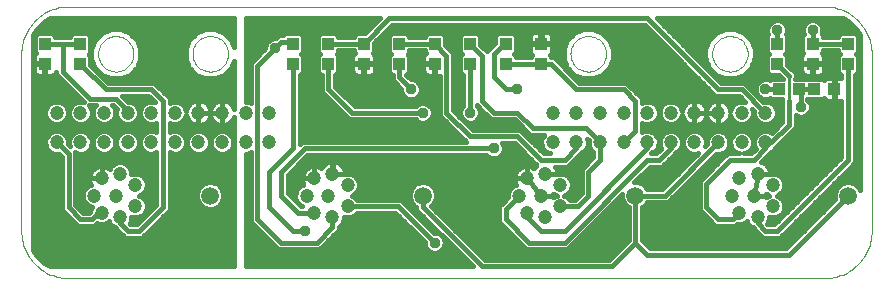
<source format=gtl>
G75*
G70*
%OFA0B0*%
%FSLAX24Y24*%
%IPPOS*%
%LPD*%
%AMOC8*
5,1,8,0,0,1.08239X$1,22.5*
%
%ADD10C,0.0000*%
%ADD11C,0.0472*%
%ADD12C,0.0591*%
%ADD13R,0.0394X0.0433*%
%ADD14R,0.0433X0.0394*%
%ADD15C,0.0376*%
%ADD16C,0.0160*%
%ADD17C,0.0100*%
D10*
X018222Y002079D02*
X018222Y007984D01*
X018224Y008061D01*
X018230Y008138D01*
X018239Y008215D01*
X018252Y008291D01*
X018269Y008367D01*
X018290Y008441D01*
X018314Y008515D01*
X018342Y008587D01*
X018373Y008657D01*
X018408Y008726D01*
X018446Y008794D01*
X018487Y008859D01*
X018532Y008922D01*
X018580Y008983D01*
X018630Y009042D01*
X018683Y009098D01*
X018739Y009151D01*
X018798Y009201D01*
X018859Y009249D01*
X018922Y009294D01*
X018987Y009335D01*
X019055Y009373D01*
X019124Y009408D01*
X019194Y009439D01*
X019266Y009467D01*
X019340Y009491D01*
X019414Y009512D01*
X019490Y009529D01*
X019566Y009542D01*
X019643Y009551D01*
X019720Y009557D01*
X019797Y009559D01*
X044994Y009559D01*
X045071Y009557D01*
X045148Y009551D01*
X045225Y009542D01*
X045301Y009529D01*
X045377Y009512D01*
X045451Y009491D01*
X045525Y009467D01*
X045597Y009439D01*
X045667Y009408D01*
X045736Y009373D01*
X045804Y009335D01*
X045869Y009294D01*
X045932Y009249D01*
X045993Y009201D01*
X046052Y009151D01*
X046108Y009098D01*
X046161Y009042D01*
X046211Y008983D01*
X046259Y008922D01*
X046304Y008859D01*
X046345Y008794D01*
X046383Y008726D01*
X046418Y008657D01*
X046449Y008587D01*
X046477Y008515D01*
X046501Y008441D01*
X046522Y008367D01*
X046539Y008291D01*
X046552Y008215D01*
X046561Y008138D01*
X046567Y008061D01*
X046569Y007984D01*
X046569Y002079D01*
X046567Y002002D01*
X046561Y001925D01*
X046552Y001848D01*
X046539Y001772D01*
X046522Y001696D01*
X046501Y001622D01*
X046477Y001548D01*
X046449Y001476D01*
X046418Y001406D01*
X046383Y001337D01*
X046345Y001269D01*
X046304Y001204D01*
X046259Y001141D01*
X046211Y001080D01*
X046161Y001021D01*
X046108Y000965D01*
X046052Y000912D01*
X045993Y000862D01*
X045932Y000814D01*
X045869Y000769D01*
X045804Y000728D01*
X045736Y000690D01*
X045667Y000655D01*
X045597Y000624D01*
X045525Y000596D01*
X045451Y000572D01*
X045377Y000551D01*
X045301Y000534D01*
X045225Y000521D01*
X045148Y000512D01*
X045071Y000506D01*
X044994Y000504D01*
X019797Y000504D01*
X019720Y000506D01*
X019643Y000512D01*
X019566Y000521D01*
X019490Y000534D01*
X019414Y000551D01*
X019340Y000572D01*
X019266Y000596D01*
X019194Y000624D01*
X019124Y000655D01*
X019055Y000690D01*
X018987Y000728D01*
X018922Y000769D01*
X018859Y000814D01*
X018798Y000862D01*
X018739Y000912D01*
X018683Y000965D01*
X018630Y001021D01*
X018580Y001080D01*
X018532Y001141D01*
X018487Y001204D01*
X018446Y001269D01*
X018408Y001337D01*
X018373Y001406D01*
X018342Y001476D01*
X018314Y001548D01*
X018290Y001622D01*
X018269Y001696D01*
X018252Y001772D01*
X018239Y001848D01*
X018230Y001925D01*
X018224Y002002D01*
X018222Y002079D01*
X020781Y007984D02*
X020783Y008032D01*
X020789Y008080D01*
X020799Y008127D01*
X020812Y008173D01*
X020830Y008218D01*
X020850Y008262D01*
X020875Y008304D01*
X020903Y008343D01*
X020933Y008380D01*
X020967Y008414D01*
X021004Y008446D01*
X021042Y008475D01*
X021083Y008500D01*
X021126Y008522D01*
X021171Y008540D01*
X021217Y008554D01*
X021264Y008565D01*
X021312Y008572D01*
X021360Y008575D01*
X021408Y008574D01*
X021456Y008569D01*
X021504Y008560D01*
X021550Y008548D01*
X021595Y008531D01*
X021639Y008511D01*
X021681Y008488D01*
X021721Y008461D01*
X021759Y008431D01*
X021794Y008398D01*
X021826Y008362D01*
X021856Y008324D01*
X021882Y008283D01*
X021904Y008240D01*
X021924Y008196D01*
X021939Y008151D01*
X021951Y008104D01*
X021959Y008056D01*
X021963Y008008D01*
X021963Y007960D01*
X021959Y007912D01*
X021951Y007864D01*
X021939Y007817D01*
X021924Y007772D01*
X021904Y007728D01*
X021882Y007685D01*
X021856Y007644D01*
X021826Y007606D01*
X021794Y007570D01*
X021759Y007537D01*
X021721Y007507D01*
X021681Y007480D01*
X021639Y007457D01*
X021595Y007437D01*
X021550Y007420D01*
X021504Y007408D01*
X021456Y007399D01*
X021408Y007394D01*
X021360Y007393D01*
X021312Y007396D01*
X021264Y007403D01*
X021217Y007414D01*
X021171Y007428D01*
X021126Y007446D01*
X021083Y007468D01*
X021042Y007493D01*
X021004Y007522D01*
X020967Y007554D01*
X020933Y007588D01*
X020903Y007625D01*
X020875Y007664D01*
X020850Y007706D01*
X020830Y007750D01*
X020812Y007795D01*
X020799Y007841D01*
X020789Y007888D01*
X020783Y007936D01*
X020781Y007984D01*
X023931Y007984D02*
X023933Y008032D01*
X023939Y008080D01*
X023949Y008127D01*
X023962Y008173D01*
X023980Y008218D01*
X024000Y008262D01*
X024025Y008304D01*
X024053Y008343D01*
X024083Y008380D01*
X024117Y008414D01*
X024154Y008446D01*
X024192Y008475D01*
X024233Y008500D01*
X024276Y008522D01*
X024321Y008540D01*
X024367Y008554D01*
X024414Y008565D01*
X024462Y008572D01*
X024510Y008575D01*
X024558Y008574D01*
X024606Y008569D01*
X024654Y008560D01*
X024700Y008548D01*
X024745Y008531D01*
X024789Y008511D01*
X024831Y008488D01*
X024871Y008461D01*
X024909Y008431D01*
X024944Y008398D01*
X024976Y008362D01*
X025006Y008324D01*
X025032Y008283D01*
X025054Y008240D01*
X025074Y008196D01*
X025089Y008151D01*
X025101Y008104D01*
X025109Y008056D01*
X025113Y008008D01*
X025113Y007960D01*
X025109Y007912D01*
X025101Y007864D01*
X025089Y007817D01*
X025074Y007772D01*
X025054Y007728D01*
X025032Y007685D01*
X025006Y007644D01*
X024976Y007606D01*
X024944Y007570D01*
X024909Y007537D01*
X024871Y007507D01*
X024831Y007480D01*
X024789Y007457D01*
X024745Y007437D01*
X024700Y007420D01*
X024654Y007408D01*
X024606Y007399D01*
X024558Y007394D01*
X024510Y007393D01*
X024462Y007396D01*
X024414Y007403D01*
X024367Y007414D01*
X024321Y007428D01*
X024276Y007446D01*
X024233Y007468D01*
X024192Y007493D01*
X024154Y007522D01*
X024117Y007554D01*
X024083Y007588D01*
X024053Y007625D01*
X024025Y007664D01*
X024000Y007706D01*
X023980Y007750D01*
X023962Y007795D01*
X023949Y007841D01*
X023939Y007888D01*
X023933Y007936D01*
X023931Y007984D01*
X036529Y007984D02*
X036531Y008032D01*
X036537Y008080D01*
X036547Y008127D01*
X036560Y008173D01*
X036578Y008218D01*
X036598Y008262D01*
X036623Y008304D01*
X036651Y008343D01*
X036681Y008380D01*
X036715Y008414D01*
X036752Y008446D01*
X036790Y008475D01*
X036831Y008500D01*
X036874Y008522D01*
X036919Y008540D01*
X036965Y008554D01*
X037012Y008565D01*
X037060Y008572D01*
X037108Y008575D01*
X037156Y008574D01*
X037204Y008569D01*
X037252Y008560D01*
X037298Y008548D01*
X037343Y008531D01*
X037387Y008511D01*
X037429Y008488D01*
X037469Y008461D01*
X037507Y008431D01*
X037542Y008398D01*
X037574Y008362D01*
X037604Y008324D01*
X037630Y008283D01*
X037652Y008240D01*
X037672Y008196D01*
X037687Y008151D01*
X037699Y008104D01*
X037707Y008056D01*
X037711Y008008D01*
X037711Y007960D01*
X037707Y007912D01*
X037699Y007864D01*
X037687Y007817D01*
X037672Y007772D01*
X037652Y007728D01*
X037630Y007685D01*
X037604Y007644D01*
X037574Y007606D01*
X037542Y007570D01*
X037507Y007537D01*
X037469Y007507D01*
X037429Y007480D01*
X037387Y007457D01*
X037343Y007437D01*
X037298Y007420D01*
X037252Y007408D01*
X037204Y007399D01*
X037156Y007394D01*
X037108Y007393D01*
X037060Y007396D01*
X037012Y007403D01*
X036965Y007414D01*
X036919Y007428D01*
X036874Y007446D01*
X036831Y007468D01*
X036790Y007493D01*
X036752Y007522D01*
X036715Y007554D01*
X036681Y007588D01*
X036651Y007625D01*
X036623Y007664D01*
X036598Y007706D01*
X036578Y007750D01*
X036560Y007795D01*
X036547Y007841D01*
X036537Y007888D01*
X036531Y007936D01*
X036529Y007984D01*
X041253Y007984D02*
X041255Y008032D01*
X041261Y008080D01*
X041271Y008127D01*
X041284Y008173D01*
X041302Y008218D01*
X041322Y008262D01*
X041347Y008304D01*
X041375Y008343D01*
X041405Y008380D01*
X041439Y008414D01*
X041476Y008446D01*
X041514Y008475D01*
X041555Y008500D01*
X041598Y008522D01*
X041643Y008540D01*
X041689Y008554D01*
X041736Y008565D01*
X041784Y008572D01*
X041832Y008575D01*
X041880Y008574D01*
X041928Y008569D01*
X041976Y008560D01*
X042022Y008548D01*
X042067Y008531D01*
X042111Y008511D01*
X042153Y008488D01*
X042193Y008461D01*
X042231Y008431D01*
X042266Y008398D01*
X042298Y008362D01*
X042328Y008324D01*
X042354Y008283D01*
X042376Y008240D01*
X042396Y008196D01*
X042411Y008151D01*
X042423Y008104D01*
X042431Y008056D01*
X042435Y008008D01*
X042435Y007960D01*
X042431Y007912D01*
X042423Y007864D01*
X042411Y007817D01*
X042396Y007772D01*
X042376Y007728D01*
X042354Y007685D01*
X042328Y007644D01*
X042298Y007606D01*
X042266Y007570D01*
X042231Y007537D01*
X042193Y007507D01*
X042153Y007480D01*
X042111Y007457D01*
X042067Y007437D01*
X042022Y007420D01*
X041976Y007408D01*
X041928Y007399D01*
X041880Y007394D01*
X041832Y007393D01*
X041784Y007396D01*
X041736Y007403D01*
X041689Y007414D01*
X041643Y007428D01*
X041598Y007446D01*
X041555Y007468D01*
X041514Y007493D01*
X041476Y007522D01*
X041439Y007554D01*
X041405Y007588D01*
X041375Y007625D01*
X041347Y007664D01*
X041322Y007706D01*
X041302Y007750D01*
X041284Y007795D01*
X041271Y007841D01*
X041261Y007888D01*
X041255Y007936D01*
X041253Y007984D01*
D11*
X041451Y006016D03*
X040663Y006016D03*
X039876Y006016D03*
X039089Y006016D03*
X038301Y006016D03*
X037514Y006016D03*
X036726Y006016D03*
X035939Y006016D03*
X035939Y005031D03*
X036726Y005031D03*
X037514Y005031D03*
X038301Y005031D03*
X039089Y005031D03*
X039876Y005031D03*
X040663Y005031D03*
X041451Y005031D03*
X042238Y005031D03*
X043026Y005031D03*
X043026Y006016D03*
X042238Y006016D03*
X042770Y003988D03*
X042159Y003831D03*
X041903Y003260D03*
X042159Y002689D03*
X042770Y002531D03*
X043281Y002906D03*
X042632Y003260D03*
X043281Y003614D03*
X036195Y003614D03*
X035545Y003260D03*
X036195Y002906D03*
X035683Y002531D03*
X035073Y002689D03*
X034817Y003260D03*
X035073Y003831D03*
X035683Y003988D03*
X029108Y003614D03*
X028596Y003988D03*
X027986Y003831D03*
X027730Y003260D03*
X028459Y003260D03*
X029108Y002906D03*
X028596Y002531D03*
X027986Y002689D03*
X026490Y005031D03*
X025703Y005031D03*
X024915Y005031D03*
X024128Y005031D03*
X023340Y005031D03*
X022553Y005031D03*
X021766Y005031D03*
X020978Y005031D03*
X020191Y005031D03*
X019403Y005031D03*
X019403Y006016D03*
X020191Y006016D03*
X020978Y006016D03*
X021766Y006016D03*
X022553Y006016D03*
X023340Y006016D03*
X024128Y006016D03*
X024915Y006016D03*
X025703Y006016D03*
X026490Y006016D03*
X022022Y003614D03*
X021510Y003988D03*
X020900Y003831D03*
X020644Y003260D03*
X021372Y003260D03*
X022022Y002906D03*
X021510Y002531D03*
X020900Y002689D03*
D12*
X024522Y003260D03*
X031608Y003260D03*
X038695Y003260D03*
X045191Y006016D03*
X045781Y003260D03*
D13*
X045781Y007650D03*
X045781Y008319D03*
X044600Y008319D03*
X044600Y007650D03*
X043419Y007650D03*
X043419Y008319D03*
X035545Y008319D03*
X035545Y007650D03*
X034364Y007650D03*
X034364Y008319D03*
X033183Y008319D03*
X033183Y007650D03*
X032002Y007650D03*
X032002Y008319D03*
X030821Y008319D03*
X030821Y007650D03*
X029640Y007650D03*
X029640Y008319D03*
X028459Y008319D03*
X028459Y007650D03*
X027277Y007650D03*
X027277Y008319D03*
X020191Y008319D03*
X020191Y007650D03*
X019010Y007650D03*
X019010Y008319D03*
D14*
X043478Y006803D03*
X044148Y006803D03*
X044659Y006803D03*
X045329Y006803D03*
D15*
X044207Y006213D03*
X044207Y005622D03*
X043026Y006803D03*
X043419Y008772D03*
X044600Y008772D03*
X034758Y006803D03*
X033183Y006016D03*
X031608Y006016D03*
X031214Y006803D03*
X033970Y004835D03*
X032002Y001685D03*
X027671Y002079D03*
X026687Y008181D03*
D16*
X026884Y008378D01*
X027218Y008378D01*
X027277Y008319D01*
X027614Y008273D02*
X028122Y008273D01*
X028122Y008431D02*
X027614Y008431D01*
X027614Y008590D02*
X028122Y008590D01*
X028122Y008593D02*
X028122Y008044D01*
X028182Y007984D01*
X028122Y007924D01*
X028122Y007375D01*
X028204Y007293D01*
X028239Y007293D01*
X028239Y006712D01*
X028367Y006583D01*
X028367Y006583D01*
X029155Y005796D01*
X029337Y005796D01*
X031364Y005796D01*
X031422Y005738D01*
X031543Y005688D01*
X031673Y005688D01*
X031794Y005738D01*
X031886Y005830D01*
X031936Y005950D01*
X031936Y006081D01*
X031886Y006202D01*
X031794Y006294D01*
X031673Y006344D01*
X031543Y006344D01*
X031422Y006294D01*
X031364Y006236D01*
X029337Y006236D01*
X028679Y006894D01*
X028679Y007293D01*
X028713Y007293D01*
X028795Y007375D01*
X028795Y007924D01*
X028735Y007984D01*
X028795Y008044D01*
X028795Y008099D01*
X029303Y008099D01*
X029303Y008044D01*
X029335Y008012D01*
X029332Y008010D01*
X029299Y007977D01*
X029275Y007936D01*
X029263Y007890D01*
X029263Y007668D01*
X029621Y007668D01*
X029621Y007631D01*
X029263Y007631D01*
X029263Y007409D01*
X029275Y007364D01*
X029299Y007323D01*
X029332Y007289D01*
X029373Y007265D01*
X029419Y007253D01*
X029621Y007253D01*
X029621Y007631D01*
X029658Y007631D01*
X029658Y007253D01*
X029860Y007253D01*
X029906Y007265D01*
X029947Y007289D01*
X029981Y007323D01*
X030004Y007364D01*
X030016Y007409D01*
X030016Y007631D01*
X029658Y007631D01*
X029658Y007668D01*
X030016Y007668D01*
X030016Y007890D01*
X030004Y007936D01*
X029981Y007977D01*
X029947Y008010D01*
X029944Y008012D01*
X029976Y008044D01*
X029976Y008345D01*
X030577Y008945D01*
X038997Y008945D01*
X041360Y006583D01*
X041542Y006583D01*
X042147Y006583D01*
X042356Y006374D01*
X042313Y006392D01*
X042163Y006392D01*
X042025Y006335D01*
X041919Y006229D01*
X041862Y006091D01*
X041862Y006080D01*
X041857Y006113D01*
X041836Y006176D01*
X041807Y006234D01*
X041768Y006287D01*
X041722Y006333D01*
X041669Y006372D01*
X041610Y006401D01*
X041548Y006422D01*
X041483Y006432D01*
X041451Y006432D01*
X041451Y006016D01*
X041450Y006016D01*
X041450Y006016D01*
X041034Y006016D01*
X040664Y006016D01*
X040664Y006016D01*
X040663Y006016D02*
X040663Y006016D01*
X040663Y006432D01*
X040631Y006432D01*
X040566Y006422D01*
X040504Y006401D01*
X040445Y006372D01*
X040392Y006333D01*
X040346Y006287D01*
X040307Y006234D01*
X040278Y006176D01*
X040257Y006113D01*
X040252Y006080D01*
X040252Y006091D01*
X040195Y006229D01*
X040089Y006335D01*
X039951Y006392D01*
X039801Y006392D01*
X039663Y006335D01*
X039557Y006229D01*
X039500Y006091D01*
X039500Y005941D01*
X039557Y005803D01*
X039663Y005697D01*
X039801Y005640D01*
X039951Y005640D01*
X040089Y005697D01*
X040195Y005803D01*
X040252Y005941D01*
X040252Y005952D01*
X040257Y005918D01*
X040278Y005856D01*
X040307Y005798D01*
X040346Y005745D01*
X040392Y005698D01*
X040445Y005660D01*
X040504Y005630D01*
X040566Y005610D01*
X040631Y005600D01*
X040663Y005600D01*
X040663Y006015D01*
X040663Y006015D01*
X040663Y005600D01*
X040696Y005600D01*
X040761Y005610D01*
X040823Y005630D01*
X040881Y005660D01*
X040934Y005698D01*
X040981Y005745D01*
X041019Y005798D01*
X041049Y005856D01*
X041057Y005881D01*
X041065Y005856D01*
X041095Y005798D01*
X041133Y005745D01*
X041180Y005698D01*
X041233Y005660D01*
X041291Y005630D01*
X041353Y005610D01*
X041418Y005600D01*
X041450Y005600D01*
X041450Y006015D01*
X041451Y006015D01*
X041451Y005600D01*
X041483Y005600D01*
X041548Y005610D01*
X041610Y005630D01*
X041669Y005660D01*
X041722Y005698D01*
X041768Y005745D01*
X041807Y005798D01*
X041836Y005856D01*
X041857Y005918D01*
X041862Y005951D01*
X041862Y005941D01*
X041919Y005803D01*
X042025Y005697D01*
X042163Y005640D01*
X042313Y005640D01*
X042451Y005697D01*
X042557Y005803D01*
X042614Y005941D01*
X042614Y006091D01*
X042596Y006134D01*
X042649Y006081D01*
X042649Y005941D01*
X042707Y005803D01*
X042812Y005697D01*
X042951Y005640D01*
X043100Y005640D01*
X043239Y005697D01*
X043344Y005803D01*
X043402Y005941D01*
X043402Y006091D01*
X043344Y006229D01*
X043239Y006335D01*
X043100Y006392D01*
X042960Y006392D01*
X042458Y006894D01*
X042329Y007023D01*
X041542Y007023D01*
X039400Y009165D01*
X045615Y009165D01*
X045813Y009051D01*
X046061Y008803D01*
X046175Y008605D01*
X046175Y003447D01*
X046150Y003506D01*
X046028Y003629D01*
X045868Y003695D01*
X045695Y003695D01*
X045535Y003629D01*
X045412Y003506D01*
X045346Y003346D01*
X045346Y003173D01*
X045357Y003147D01*
X043722Y001511D01*
X039180Y001511D01*
X038915Y001776D01*
X038915Y002880D01*
X038941Y002891D01*
X039064Y003013D01*
X039075Y003040D01*
X039588Y003040D01*
X039770Y003040D01*
X041386Y004655D01*
X041526Y004655D01*
X041664Y004713D01*
X041770Y004818D01*
X041827Y004957D01*
X041827Y005106D01*
X041770Y005245D01*
X041664Y005350D01*
X041526Y005408D01*
X041376Y005408D01*
X041238Y005350D01*
X041132Y005245D01*
X041074Y005106D01*
X041074Y004966D01*
X041022Y004913D01*
X041039Y004957D01*
X041039Y005106D01*
X040982Y005245D01*
X040876Y005350D01*
X040738Y005408D01*
X040588Y005408D01*
X040450Y005350D01*
X040344Y005245D01*
X040287Y005106D01*
X040287Y004957D01*
X040344Y004818D01*
X040450Y004713D01*
X040588Y004655D01*
X040738Y004655D01*
X040781Y004673D01*
X039588Y003480D01*
X039075Y003480D01*
X039064Y003506D01*
X038941Y003629D01*
X038781Y003695D01*
X038654Y003695D01*
X039180Y004221D01*
X039391Y004221D01*
X039573Y004221D01*
X039967Y004615D01*
X040048Y004696D01*
X040089Y004713D01*
X040195Y004818D01*
X040252Y004957D01*
X040252Y005106D01*
X040195Y005245D01*
X040089Y005350D01*
X039951Y005408D01*
X039801Y005408D01*
X039663Y005350D01*
X039557Y005245D01*
X039500Y005106D01*
X039500Y004957D01*
X039555Y004824D01*
X039391Y004661D01*
X039226Y004661D01*
X039260Y004696D01*
X039302Y004713D01*
X039407Y004818D01*
X039465Y004957D01*
X039465Y005106D01*
X039407Y005245D01*
X039302Y005350D01*
X039163Y005408D01*
X039014Y005408D01*
X038915Y005367D01*
X038915Y005516D01*
X038915Y005681D01*
X039014Y005640D01*
X039163Y005640D01*
X039302Y005697D01*
X039407Y005803D01*
X039465Y005941D01*
X039465Y006091D01*
X039407Y006229D01*
X039302Y006335D01*
X039163Y006392D01*
X039014Y006392D01*
X038915Y006351D01*
X038915Y006501D01*
X038786Y006629D01*
X038392Y007023D01*
X038210Y007023D01*
X036817Y007023D01*
X035971Y007870D01*
X035882Y007870D01*
X035882Y007924D01*
X035850Y007957D01*
X035853Y007958D01*
X035886Y007992D01*
X035910Y008033D01*
X035922Y008079D01*
X035922Y008300D01*
X035564Y008300D01*
X035564Y008337D01*
X035922Y008337D01*
X035922Y008559D01*
X035910Y008605D01*
X035886Y008646D01*
X035853Y008679D01*
X035811Y008703D01*
X035766Y008715D01*
X035564Y008715D01*
X035564Y008338D01*
X035527Y008338D01*
X035527Y008715D01*
X035325Y008715D01*
X035279Y008703D01*
X035238Y008679D01*
X035204Y008646D01*
X035181Y008605D01*
X035168Y008559D01*
X035168Y008337D01*
X035526Y008337D01*
X035526Y008300D01*
X035168Y008300D01*
X035168Y008079D01*
X035181Y008033D01*
X035204Y007992D01*
X035238Y007958D01*
X035241Y007957D01*
X035208Y007924D01*
X035208Y007870D01*
X034701Y007870D01*
X034701Y007924D01*
X034641Y007984D01*
X034701Y008044D01*
X034701Y008593D01*
X034619Y008675D01*
X034109Y008675D01*
X034027Y008593D01*
X034027Y008352D01*
X033879Y008204D01*
X033750Y008075D01*
X033750Y008063D01*
X033520Y008293D01*
X033520Y008593D01*
X033438Y008675D01*
X032928Y008675D01*
X032846Y008593D01*
X032846Y008044D01*
X032906Y007984D01*
X032846Y007924D01*
X032846Y007375D01*
X032928Y007293D01*
X032963Y007293D01*
X032963Y006260D01*
X032905Y006202D01*
X032855Y006081D01*
X032855Y005950D01*
X032905Y005830D01*
X032997Y005738D01*
X033118Y005688D01*
X033248Y005688D01*
X033369Y005738D01*
X033461Y005830D01*
X033511Y005950D01*
X033511Y006081D01*
X033461Y006202D01*
X033403Y006260D01*
X033403Y006272D01*
X033486Y006189D01*
X033879Y005796D01*
X034061Y005796D01*
X034667Y005796D01*
X035178Y005284D01*
X035361Y005284D01*
X035659Y005284D01*
X035620Y005245D01*
X035563Y005106D01*
X035563Y004957D01*
X035620Y004818D01*
X035726Y004713D01*
X035851Y004661D01*
X035636Y004661D01*
X034849Y005448D01*
X034667Y005448D01*
X033274Y005448D01*
X032616Y006107D01*
X032616Y008016D01*
X032487Y008145D01*
X032339Y008293D01*
X032339Y008593D01*
X032257Y008675D01*
X031747Y008675D01*
X031665Y008593D01*
X031665Y008539D01*
X031158Y008539D01*
X031158Y008593D01*
X031076Y008675D01*
X030566Y008675D01*
X030484Y008593D01*
X030484Y008044D01*
X030544Y007984D01*
X030484Y007924D01*
X030484Y007375D01*
X030566Y007293D01*
X030601Y007293D01*
X030601Y007288D01*
X030601Y007106D01*
X030886Y006820D01*
X030886Y006738D01*
X030936Y006617D01*
X031029Y006525D01*
X031149Y006475D01*
X031280Y006475D01*
X031400Y006525D01*
X031493Y006617D01*
X031543Y006738D01*
X031543Y006868D01*
X031493Y006989D01*
X031400Y007081D01*
X031280Y007131D01*
X031197Y007131D01*
X031041Y007288D01*
X031041Y007293D01*
X031076Y007293D01*
X031158Y007375D01*
X031158Y007924D01*
X031097Y007984D01*
X031158Y008044D01*
X031158Y008099D01*
X031665Y008099D01*
X031665Y008044D01*
X031698Y008012D01*
X031694Y008010D01*
X031661Y007977D01*
X031637Y007936D01*
X031625Y007890D01*
X031625Y007668D01*
X031983Y007668D01*
X031983Y007631D01*
X031625Y007631D01*
X031625Y007409D01*
X031637Y007364D01*
X031661Y007323D01*
X031694Y007289D01*
X031736Y007265D01*
X031781Y007253D01*
X031983Y007253D01*
X031983Y007631D01*
X032020Y007631D01*
X032020Y007253D01*
X032176Y007253D01*
X032176Y006107D01*
X032176Y005925D01*
X032963Y005137D01*
X033046Y005055D01*
X027580Y005055D01*
X027497Y004972D01*
X027497Y007293D01*
X027532Y007293D01*
X027614Y007375D01*
X027614Y007924D01*
X027554Y007984D01*
X027614Y008044D01*
X027614Y008593D01*
X027532Y008675D01*
X027023Y008675D01*
X026945Y008598D01*
X026793Y008598D01*
X026704Y008509D01*
X026622Y008509D01*
X026501Y008459D01*
X026409Y008367D01*
X026359Y008246D01*
X026359Y008164D01*
X025876Y007682D01*
X025876Y007499D01*
X025876Y006351D01*
X025778Y006392D01*
X025703Y006392D01*
X025703Y009165D01*
X030175Y009165D01*
X029685Y008675D01*
X029385Y008675D01*
X029303Y008593D01*
X029303Y008539D01*
X028795Y008539D01*
X028795Y008593D01*
X028713Y008675D01*
X028204Y008675D01*
X028122Y008593D01*
X028795Y008590D02*
X029303Y008590D01*
X029758Y008748D02*
X025703Y008748D01*
X025703Y008590D02*
X026784Y008590D01*
X026473Y008431D02*
X025703Y008431D01*
X025703Y008273D02*
X026370Y008273D01*
X026309Y008114D02*
X025703Y008114D01*
X025703Y007955D02*
X026150Y007955D01*
X025992Y007797D02*
X025703Y007797D01*
X025703Y007638D02*
X025876Y007638D01*
X025876Y007480D02*
X025703Y007480D01*
X025703Y007321D02*
X025876Y007321D01*
X025876Y007163D02*
X025703Y007163D01*
X025703Y007004D02*
X025876Y007004D01*
X025876Y006846D02*
X025703Y006846D01*
X025703Y006687D02*
X025876Y006687D01*
X025876Y006529D02*
X025703Y006529D01*
X025830Y006370D02*
X025876Y006370D01*
X025309Y006370D02*
X025136Y006370D01*
X025133Y006372D02*
X025075Y006401D01*
X025013Y006422D01*
X024948Y006432D01*
X024915Y006432D01*
X024882Y006432D01*
X024818Y006422D01*
X024755Y006401D01*
X024697Y006372D01*
X024644Y006333D01*
X024598Y006287D01*
X024559Y006234D01*
X024530Y006176D01*
X024522Y006151D01*
X024514Y006176D01*
X024484Y006234D01*
X024445Y006287D01*
X024399Y006333D01*
X024346Y006372D01*
X024288Y006401D01*
X024225Y006422D01*
X024161Y006432D01*
X024128Y006432D01*
X024128Y006016D01*
X024128Y006016D01*
X024544Y006016D01*
X024915Y006016D01*
X024915Y006016D01*
X024915Y006432D01*
X024915Y006016D01*
X024915Y006016D01*
X024544Y006016D01*
X024128Y006016D01*
X024128Y006016D01*
X024128Y006432D01*
X024095Y006432D01*
X024030Y006422D01*
X023968Y006401D01*
X023910Y006372D01*
X023857Y006333D01*
X023810Y006287D01*
X023772Y006234D01*
X023742Y006176D01*
X023722Y006113D01*
X023717Y006080D01*
X023717Y006091D01*
X023659Y006229D01*
X023554Y006335D01*
X023415Y006392D01*
X023266Y006392D01*
X023167Y006351D01*
X023167Y006501D01*
X023038Y006629D01*
X022644Y007023D01*
X022462Y007023D01*
X021128Y007023D01*
X020528Y007624D01*
X020528Y007924D01*
X020468Y007984D01*
X020528Y008044D01*
X020528Y008593D01*
X020446Y008675D01*
X019936Y008675D01*
X019854Y008593D01*
X019854Y008539D01*
X019691Y008539D01*
X019509Y008539D01*
X019347Y008539D01*
X019347Y008593D01*
X019265Y008675D01*
X018755Y008675D01*
X018673Y008593D01*
X018673Y008044D01*
X018705Y008012D01*
X018702Y008010D01*
X018669Y007977D01*
X018645Y007936D01*
X018633Y007890D01*
X018633Y007668D01*
X018991Y007668D01*
X018991Y007631D01*
X018633Y007631D01*
X018633Y007409D01*
X018645Y007364D01*
X018669Y007323D01*
X018702Y007289D01*
X018743Y007265D01*
X018789Y007253D01*
X018991Y007253D01*
X018991Y007631D01*
X019028Y007631D01*
X019028Y007253D01*
X019230Y007253D01*
X019276Y007265D01*
X019317Y007289D01*
X019351Y007323D01*
X019374Y007364D01*
X019380Y007386D01*
X019380Y007303D01*
X020286Y006397D01*
X020309Y006374D01*
X020266Y006392D01*
X020116Y006392D01*
X019978Y006335D01*
X019872Y006229D01*
X019815Y006091D01*
X019815Y005941D01*
X019872Y005803D01*
X019978Y005697D01*
X020116Y005640D01*
X020266Y005640D01*
X020404Y005697D01*
X020510Y005803D01*
X020567Y005941D01*
X020567Y006091D01*
X020510Y006229D01*
X020470Y006268D01*
X020699Y006268D01*
X020659Y006229D01*
X020602Y006091D01*
X020602Y005941D01*
X020659Y005803D01*
X020765Y005697D01*
X020903Y005640D01*
X021053Y005640D01*
X021191Y005697D01*
X021297Y005803D01*
X021354Y005941D01*
X021354Y006091D01*
X021297Y006229D01*
X021258Y006268D01*
X021281Y006268D01*
X021410Y006139D01*
X021389Y006091D01*
X021389Y005941D01*
X021447Y005803D01*
X021553Y005697D01*
X021691Y005640D01*
X021841Y005640D01*
X021979Y005697D01*
X022085Y005803D01*
X022142Y005941D01*
X022142Y006091D01*
X022085Y006229D01*
X021979Y006335D01*
X021841Y006392D01*
X021779Y006392D01*
X021588Y006583D01*
X022462Y006583D01*
X022671Y006374D01*
X022628Y006392D01*
X022478Y006392D01*
X022340Y006335D01*
X022234Y006229D01*
X022177Y006091D01*
X022177Y005941D01*
X022234Y005803D01*
X022340Y005697D01*
X022478Y005640D01*
X022628Y005640D01*
X022727Y005681D01*
X022727Y005367D01*
X022628Y005408D01*
X022478Y005408D01*
X022340Y005350D01*
X022234Y005245D01*
X022177Y005106D01*
X022177Y004957D01*
X022234Y004818D01*
X022340Y004713D01*
X022478Y004655D01*
X022628Y004655D01*
X022727Y004696D01*
X022727Y002957D01*
X022068Y002299D01*
X021857Y002299D01*
X021831Y002324D01*
X021886Y002457D01*
X021886Y002554D01*
X021947Y002529D01*
X022096Y002529D01*
X022235Y002587D01*
X022340Y002692D01*
X022398Y002831D01*
X022398Y002980D01*
X022340Y003119D01*
X022235Y003224D01*
X022149Y003260D01*
X022235Y003295D01*
X022340Y003401D01*
X022398Y003539D01*
X022398Y003689D01*
X022340Y003827D01*
X022235Y003933D01*
X022096Y003990D01*
X021947Y003990D01*
X021886Y003965D01*
X021886Y004063D01*
X021829Y004201D01*
X021723Y004307D01*
X021585Y004364D01*
X021435Y004364D01*
X021297Y004307D01*
X021191Y004201D01*
X021169Y004149D01*
X021118Y004187D01*
X021059Y004216D01*
X020997Y004237D01*
X020932Y004247D01*
X020900Y004247D01*
X020900Y003831D01*
X020899Y003831D01*
X020899Y003830D01*
X020483Y003830D01*
X020483Y003798D01*
X020494Y003733D01*
X020514Y003671D01*
X020538Y003623D01*
X020431Y003579D01*
X020325Y003473D01*
X020267Y003335D01*
X020267Y003185D01*
X020325Y003047D01*
X020431Y002941D01*
X020569Y002884D01*
X020573Y002884D01*
X020523Y002764D01*
X020523Y002722D01*
X020493Y002692D01*
X020282Y002692D01*
X020017Y002957D01*
X020017Y004547D01*
X020017Y004696D01*
X020116Y004655D01*
X020266Y004655D01*
X020404Y004713D01*
X020510Y004818D01*
X020567Y004957D01*
X020567Y005106D01*
X020510Y005245D01*
X020404Y005350D01*
X020266Y005408D01*
X020116Y005408D01*
X019978Y005350D01*
X019872Y005245D01*
X019815Y005106D01*
X019815Y004957D01*
X019833Y004913D01*
X019780Y004966D01*
X019780Y005106D01*
X019722Y005245D01*
X019617Y005350D01*
X019478Y005408D01*
X019329Y005408D01*
X019190Y005350D01*
X019085Y005245D01*
X019027Y005106D01*
X019027Y004957D01*
X019085Y004818D01*
X019190Y004713D01*
X019329Y004655D01*
X019469Y004655D01*
X019577Y004547D01*
X019577Y002775D01*
X019706Y002646D01*
X019971Y002381D01*
X020100Y002252D01*
X020493Y002252D01*
X020676Y002252D01*
X020762Y002339D01*
X020825Y002313D01*
X020974Y002313D01*
X021113Y002370D01*
X021153Y002410D01*
X021191Y002318D01*
X021297Y002213D01*
X021338Y002196D01*
X021419Y002115D01*
X021675Y001859D01*
X021857Y001859D01*
X022068Y001859D01*
X022250Y001859D01*
X023167Y002775D01*
X023167Y002957D01*
X023167Y004696D01*
X023266Y004655D01*
X023415Y004655D01*
X023554Y004713D01*
X023659Y004818D01*
X023717Y004957D01*
X023717Y005106D01*
X023659Y005245D01*
X023554Y005350D01*
X023415Y005408D01*
X023266Y005408D01*
X023167Y005367D01*
X023167Y005681D01*
X023266Y005640D01*
X023415Y005640D01*
X023554Y005697D01*
X023659Y005803D01*
X023717Y005941D01*
X023717Y005952D01*
X023722Y005918D01*
X023742Y005856D01*
X023772Y005798D01*
X023810Y005745D01*
X023857Y005698D01*
X023910Y005660D01*
X023968Y005630D01*
X024030Y005610D01*
X024095Y005600D01*
X024128Y005600D01*
X024161Y005600D01*
X024225Y005610D01*
X024288Y005630D01*
X024346Y005660D01*
X024399Y005698D01*
X024445Y005745D01*
X024484Y005798D01*
X024514Y005856D01*
X024522Y005881D01*
X024530Y005856D01*
X024559Y005798D01*
X024598Y005745D01*
X024644Y005698D01*
X024697Y005660D01*
X024755Y005630D01*
X024818Y005610D01*
X024882Y005600D01*
X024915Y005600D01*
X024915Y006015D01*
X024915Y006015D01*
X024915Y005600D01*
X024948Y005600D01*
X025013Y005610D01*
X025075Y005630D01*
X025133Y005660D01*
X025186Y005698D01*
X025233Y005745D01*
X025271Y005798D01*
X025301Y005856D01*
X025309Y005881D01*
X025309Y000898D01*
X019176Y000898D01*
X018978Y001012D01*
X018730Y001260D01*
X018616Y001458D01*
X018616Y008605D01*
X018730Y008803D01*
X018978Y009051D01*
X019176Y009165D01*
X025309Y009165D01*
X025309Y008227D01*
X025217Y008449D01*
X024986Y008680D01*
X024685Y008805D01*
X024358Y008805D01*
X024057Y008680D01*
X023826Y008449D01*
X023701Y008147D01*
X023701Y007821D01*
X023826Y007519D01*
X024057Y007289D01*
X024358Y007164D01*
X024685Y007164D01*
X024986Y007289D01*
X025217Y007519D01*
X025309Y007741D01*
X025309Y006151D01*
X025301Y006176D01*
X025271Y006234D01*
X025233Y006287D01*
X025186Y006333D01*
X025133Y006372D01*
X024915Y006370D02*
X024915Y006370D01*
X024915Y006211D02*
X024915Y006211D01*
X024915Y006053D02*
X024915Y006053D01*
X024915Y005894D02*
X024915Y005894D01*
X024915Y005736D02*
X024915Y005736D01*
X024606Y005736D02*
X024437Y005736D01*
X024128Y005736D02*
X024128Y005736D01*
X024128Y005600D02*
X024128Y006015D01*
X024128Y006015D01*
X024128Y005600D01*
X024203Y005408D02*
X024053Y005408D01*
X023915Y005350D01*
X023809Y005245D01*
X023752Y005106D01*
X023752Y004957D01*
X023809Y004818D01*
X023915Y004713D01*
X024053Y004655D01*
X024203Y004655D01*
X024341Y004713D01*
X024447Y004818D01*
X024504Y004957D01*
X024504Y005106D01*
X024447Y005245D01*
X024341Y005350D01*
X024203Y005408D01*
X024431Y005260D02*
X024612Y005260D01*
X024596Y005245D02*
X024539Y005106D01*
X024539Y004957D01*
X024596Y004818D01*
X024702Y004713D01*
X024840Y004655D01*
X024990Y004655D01*
X025128Y004713D01*
X025234Y004818D01*
X025291Y004957D01*
X025291Y005106D01*
X025234Y005245D01*
X025128Y005350D01*
X024990Y005408D01*
X024840Y005408D01*
X024702Y005350D01*
X024596Y005245D01*
X024539Y005102D02*
X024504Y005102D01*
X024498Y004943D02*
X024545Y004943D01*
X024630Y004785D02*
X024413Y004785D01*
X023843Y004785D02*
X023626Y004785D01*
X023711Y004943D02*
X023757Y004943D01*
X023752Y005102D02*
X023717Y005102D01*
X023644Y005260D02*
X023825Y005260D01*
X023819Y005736D02*
X023593Y005736D01*
X023697Y005894D02*
X023730Y005894D01*
X023761Y006211D02*
X023667Y006211D01*
X023468Y006370D02*
X023907Y006370D01*
X024128Y006370D02*
X024128Y006370D01*
X024128Y006211D02*
X024128Y006211D01*
X024128Y006053D02*
X024128Y006053D01*
X024128Y005894D02*
X024128Y005894D01*
X024495Y006211D02*
X024548Y006211D01*
X024695Y006370D02*
X024348Y006370D01*
X025283Y006211D02*
X025309Y006211D01*
X025309Y005736D02*
X025224Y005736D01*
X025309Y005577D02*
X023167Y005577D01*
X023167Y005419D02*
X025309Y005419D01*
X025309Y005260D02*
X025219Y005260D01*
X025291Y005102D02*
X025309Y005102D01*
X025309Y004943D02*
X025286Y004943D01*
X025309Y004785D02*
X025200Y004785D01*
X025309Y004626D02*
X023167Y004626D01*
X023167Y004468D02*
X025309Y004468D01*
X025309Y004309D02*
X023167Y004309D01*
X023167Y004150D02*
X025309Y004150D01*
X025309Y003992D02*
X023167Y003992D01*
X023167Y003833D02*
X025309Y003833D01*
X025309Y003675D02*
X024657Y003675D01*
X024608Y003695D02*
X024435Y003695D01*
X024275Y003629D01*
X024153Y003506D01*
X024086Y003346D01*
X024086Y003173D01*
X024153Y003013D01*
X024275Y002891D01*
X024435Y002825D01*
X024608Y002825D01*
X024768Y002891D01*
X024891Y003013D01*
X024957Y003173D01*
X024957Y003346D01*
X024891Y003506D01*
X024768Y003629D01*
X024608Y003695D01*
X024386Y003675D02*
X023167Y003675D01*
X023167Y003516D02*
X024162Y003516D01*
X024091Y003358D02*
X023167Y003358D01*
X023167Y003199D02*
X024086Y003199D01*
X024141Y003041D02*
X023167Y003041D01*
X023167Y002882D02*
X024296Y002882D01*
X024747Y002882D02*
X025309Y002882D01*
X025309Y002724D02*
X023115Y002724D01*
X022947Y002866D02*
X022159Y002079D01*
X021766Y002079D01*
X021510Y002335D01*
X021510Y002531D01*
X021865Y002406D02*
X022176Y002406D01*
X022183Y002565D02*
X022335Y002565D01*
X022353Y002724D02*
X022493Y002724D01*
X022398Y002882D02*
X022652Y002882D01*
X022727Y003041D02*
X022373Y003041D01*
X022260Y003199D02*
X022727Y003199D01*
X022727Y003358D02*
X022297Y003358D01*
X022388Y003516D02*
X022727Y003516D01*
X022727Y003675D02*
X022398Y003675D01*
X022334Y003833D02*
X022727Y003833D01*
X022727Y003992D02*
X021886Y003992D01*
X021850Y004150D02*
X022727Y004150D01*
X022727Y004309D02*
X021718Y004309D01*
X021691Y004655D02*
X021841Y004655D01*
X021979Y004713D01*
X022085Y004818D01*
X022142Y004957D01*
X022142Y005106D01*
X022085Y005245D01*
X021979Y005350D01*
X021841Y005408D01*
X021691Y005408D01*
X021553Y005350D01*
X021447Y005245D01*
X021389Y005106D01*
X021389Y004957D01*
X021447Y004818D01*
X021553Y004713D01*
X021691Y004655D01*
X021481Y004785D02*
X021263Y004785D01*
X021297Y004818D02*
X021354Y004957D01*
X021354Y005106D01*
X021297Y005245D01*
X021191Y005350D01*
X021053Y005408D01*
X020903Y005408D01*
X020765Y005350D01*
X020659Y005245D01*
X020602Y005106D01*
X020602Y004957D01*
X020659Y004818D01*
X020765Y004713D01*
X020903Y004655D01*
X021053Y004655D01*
X021191Y004713D01*
X021297Y004818D01*
X021349Y004943D02*
X021395Y004943D01*
X021389Y005102D02*
X021354Y005102D01*
X021281Y005260D02*
X021462Y005260D01*
X020675Y005260D02*
X020494Y005260D01*
X020567Y005102D02*
X020602Y005102D01*
X020608Y004943D02*
X020561Y004943D01*
X020476Y004785D02*
X020693Y004785D01*
X020802Y004237D02*
X020740Y004216D01*
X020681Y004187D01*
X020628Y004148D01*
X020582Y004102D01*
X020544Y004049D01*
X020514Y003990D01*
X020494Y003928D01*
X020483Y003863D01*
X020483Y003831D01*
X020899Y003831D01*
X020899Y004247D01*
X020867Y004247D01*
X020802Y004237D01*
X020899Y004150D02*
X020900Y004150D01*
X020899Y003992D02*
X020900Y003992D01*
X020899Y003833D02*
X020900Y003833D01*
X021167Y004150D02*
X021170Y004150D01*
X021301Y004309D02*
X020017Y004309D01*
X020017Y004468D02*
X022727Y004468D01*
X022727Y004626D02*
X020017Y004626D01*
X019797Y004638D02*
X019403Y005031D01*
X019118Y004785D02*
X018616Y004785D01*
X018616Y004943D02*
X019033Y004943D01*
X019027Y005102D02*
X018616Y005102D01*
X018616Y005260D02*
X019100Y005260D01*
X019329Y005640D02*
X019478Y005640D01*
X019617Y005697D01*
X019722Y005803D01*
X019780Y005941D01*
X019780Y006091D01*
X019722Y006229D01*
X019617Y006335D01*
X019478Y006392D01*
X019329Y006392D01*
X019190Y006335D01*
X019085Y006229D01*
X019027Y006091D01*
X019027Y005941D01*
X019085Y005803D01*
X019190Y005697D01*
X019329Y005640D01*
X019151Y005736D02*
X018616Y005736D01*
X018616Y005894D02*
X019046Y005894D01*
X019027Y006053D02*
X018616Y006053D01*
X018616Y006211D02*
X019077Y006211D01*
X019276Y006370D02*
X018616Y006370D01*
X018616Y006529D02*
X020154Y006529D01*
X020063Y006370D02*
X019531Y006370D01*
X019730Y006211D02*
X019865Y006211D01*
X019815Y006053D02*
X019780Y006053D01*
X019760Y005894D02*
X019834Y005894D01*
X019939Y005736D02*
X019656Y005736D01*
X020443Y005736D02*
X020726Y005736D01*
X020621Y005894D02*
X020548Y005894D01*
X020567Y006053D02*
X020602Y006053D01*
X020652Y006211D02*
X020517Y006211D01*
X020506Y006488D02*
X021372Y006488D01*
X021766Y006094D01*
X021766Y006016D01*
X021893Y006370D02*
X022425Y006370D01*
X022516Y006529D02*
X021643Y006529D01*
X021037Y006803D02*
X022553Y006803D01*
X022947Y006409D01*
X022947Y002866D01*
X022957Y002565D02*
X025309Y002565D01*
X025309Y002406D02*
X022798Y002406D01*
X022640Y002248D02*
X025309Y002248D01*
X025309Y002089D02*
X022481Y002089D01*
X022323Y001931D02*
X025309Y001931D01*
X025309Y001772D02*
X018616Y001772D01*
X018616Y001614D02*
X025309Y001614D01*
X025309Y001455D02*
X018618Y001455D01*
X018709Y001297D02*
X025309Y001297D01*
X025309Y001138D02*
X018852Y001138D01*
X019034Y000980D02*
X025309Y000980D01*
X025703Y000980D02*
X033184Y000980D01*
X033266Y000898D02*
X025703Y000898D01*
X025703Y004655D01*
X025778Y004655D01*
X025876Y004696D01*
X025876Y002381D01*
X026005Y002252D01*
X026793Y001465D01*
X026975Y001465D01*
X028156Y001465D01*
X028285Y001594D01*
X028816Y002125D01*
X028816Y002219D01*
X028915Y002318D01*
X028973Y002457D01*
X028973Y002554D01*
X029033Y002529D01*
X029183Y002529D01*
X029321Y002587D01*
X029420Y002686D01*
X030690Y002686D01*
X031674Y001702D01*
X031674Y001620D01*
X031724Y001499D01*
X031816Y001407D01*
X031937Y001357D01*
X032067Y001357D01*
X032188Y001407D01*
X032280Y001499D01*
X032330Y001620D01*
X032330Y001750D01*
X032280Y001871D01*
X032188Y001963D01*
X032067Y002013D01*
X031985Y002013D01*
X030873Y003125D01*
X030690Y003125D01*
X029420Y003125D01*
X029321Y003224D01*
X029236Y003260D01*
X029321Y003295D01*
X029427Y003401D01*
X029484Y003539D01*
X029484Y003689D01*
X029427Y003827D01*
X029321Y003933D01*
X029183Y003990D01*
X029033Y003990D01*
X029013Y003982D01*
X029013Y003988D01*
X028597Y003988D01*
X028597Y003988D01*
X029013Y003988D01*
X029013Y004021D01*
X029002Y004086D01*
X028982Y004148D01*
X028952Y004206D01*
X028914Y004259D01*
X028868Y004306D01*
X028814Y004344D01*
X028756Y004374D01*
X028694Y004394D01*
X028629Y004404D01*
X028597Y004404D01*
X028597Y003989D01*
X028596Y003989D01*
X028596Y004404D01*
X028564Y004404D01*
X028499Y004394D01*
X028437Y004374D01*
X028378Y004344D01*
X028325Y004306D01*
X028279Y004259D01*
X028240Y004206D01*
X028223Y004173D01*
X028204Y004187D01*
X028146Y004216D01*
X028084Y004237D01*
X028019Y004247D01*
X027986Y004247D01*
X027953Y004247D01*
X027889Y004237D01*
X027826Y004216D01*
X027768Y004187D01*
X027715Y004148D01*
X027669Y004102D01*
X027630Y004049D01*
X027600Y003990D01*
X027580Y003928D01*
X027570Y003863D01*
X027570Y003831D01*
X027986Y003831D01*
X027986Y004247D01*
X027986Y003831D01*
X027986Y003831D01*
X027986Y003830D01*
X027570Y003830D01*
X027570Y003798D01*
X027580Y003733D01*
X027600Y003671D01*
X027625Y003623D01*
X027517Y003579D01*
X027411Y003473D01*
X027354Y003335D01*
X027354Y003185D01*
X027411Y003047D01*
X027517Y002941D01*
X027594Y002909D01*
X027546Y002909D01*
X027104Y003351D01*
X027104Y003956D01*
X027762Y004615D01*
X033726Y004615D01*
X033785Y004556D01*
X033905Y004507D01*
X034036Y004507D01*
X034156Y004556D01*
X034249Y004649D01*
X034298Y004769D01*
X034298Y004900D01*
X034254Y005008D01*
X034667Y005008D01*
X035325Y004350D01*
X035391Y004284D01*
X035366Y004259D01*
X035327Y004206D01*
X035310Y004173D01*
X035291Y004187D01*
X035233Y004216D01*
X035170Y004237D01*
X035106Y004247D01*
X035073Y004247D01*
X035073Y003831D01*
X035073Y003831D01*
X035545Y003260D01*
X035546Y003260D02*
X035961Y003260D01*
X035961Y003293D01*
X035957Y003320D01*
X035982Y003295D01*
X036067Y003260D01*
X035982Y003224D01*
X035957Y003200D01*
X035961Y003227D01*
X035961Y003260D01*
X035546Y003260D01*
X035546Y003260D01*
X036195Y002906D02*
X036766Y002906D01*
X037120Y003260D01*
X037120Y004047D01*
X037514Y004441D01*
X037514Y005031D01*
X037041Y005504D01*
X035270Y005504D01*
X034758Y006016D01*
X033970Y006016D01*
X033577Y006409D01*
X033577Y007925D01*
X033183Y008319D01*
X032846Y008273D02*
X032359Y008273D01*
X032339Y008431D02*
X032846Y008431D01*
X032846Y008590D02*
X032339Y008590D01*
X032002Y008319D02*
X032396Y007925D01*
X032396Y006016D01*
X033183Y005228D01*
X034758Y005228D01*
X035545Y004441D01*
X036333Y004441D01*
X036726Y004835D01*
X036726Y005031D01*
X037011Y004785D02*
X037229Y004785D01*
X037195Y004818D02*
X037294Y004719D01*
X037294Y004532D01*
X036900Y004138D01*
X036900Y003956D01*
X036900Y003351D01*
X036675Y003125D01*
X036507Y003125D01*
X036408Y003224D01*
X036322Y003260D01*
X036408Y003295D01*
X036514Y003401D01*
X036571Y003539D01*
X036571Y003689D01*
X036514Y003827D01*
X036408Y003933D01*
X036270Y003990D01*
X036120Y003990D01*
X036099Y003982D01*
X036099Y003988D01*
X035683Y003988D01*
X035683Y003988D01*
X036099Y003988D01*
X036099Y004021D01*
X036089Y004086D01*
X036069Y004148D01*
X036039Y004206D01*
X036028Y004221D01*
X036241Y004221D01*
X036424Y004221D01*
X036817Y004615D01*
X036898Y004696D01*
X036939Y004713D01*
X037045Y004818D01*
X037102Y004957D01*
X037102Y005106D01*
X037085Y005149D01*
X037137Y005097D01*
X037137Y004957D01*
X037195Y004818D01*
X037143Y004943D02*
X037097Y004943D01*
X037102Y005102D02*
X037132Y005102D01*
X037294Y004626D02*
X036829Y004626D01*
X036670Y004468D02*
X037229Y004468D01*
X037071Y004309D02*
X036512Y004309D01*
X036912Y004150D02*
X036067Y004150D01*
X036099Y003992D02*
X036900Y003992D01*
X036900Y003833D02*
X036508Y003833D01*
X036571Y003675D02*
X036900Y003675D01*
X036900Y003516D02*
X036561Y003516D01*
X036470Y003358D02*
X036900Y003358D01*
X036748Y003199D02*
X036433Y003199D01*
X037682Y002724D02*
X038475Y002724D01*
X038475Y002880D02*
X038475Y001776D01*
X037816Y001118D01*
X033668Y001118D01*
X031875Y002911D01*
X031977Y003013D01*
X032043Y003173D01*
X032043Y003346D01*
X031977Y003506D01*
X031855Y003629D01*
X031695Y003695D01*
X031522Y003695D01*
X031362Y003629D01*
X031239Y003506D01*
X031173Y003346D01*
X031173Y003173D01*
X031239Y003013D01*
X031362Y002891D01*
X031388Y002880D01*
X031388Y002775D01*
X033266Y000898D01*
X033577Y000898D02*
X037907Y000898D01*
X038695Y001685D01*
X038695Y003260D01*
X039679Y003260D01*
X041451Y005031D01*
X041736Y004785D02*
X041953Y004785D01*
X041919Y004818D02*
X042025Y004713D01*
X042150Y004661D01*
X041753Y004661D01*
X041624Y004532D01*
X040837Y003745D01*
X040837Y003562D01*
X040837Y002775D01*
X040966Y002646D01*
X041360Y002252D01*
X041542Y002252D01*
X042034Y002252D01*
X042094Y002313D01*
X042234Y002313D01*
X042372Y002370D01*
X042413Y002410D01*
X042451Y002318D01*
X042556Y002213D01*
X042598Y002196D01*
X042678Y002115D01*
X042806Y001988D01*
X042934Y001859D01*
X043328Y001859D01*
X043510Y001859D01*
X045873Y004221D01*
X046001Y004350D01*
X046001Y007293D01*
X046036Y007293D01*
X046118Y007375D01*
X046118Y007924D01*
X046058Y007984D01*
X046118Y008044D01*
X046118Y008593D01*
X046036Y008675D01*
X045527Y008675D01*
X045445Y008593D01*
X045445Y008539D01*
X044937Y008539D01*
X044937Y008593D01*
X044898Y008633D01*
X044928Y008706D01*
X044928Y008837D01*
X044878Y008957D01*
X044786Y009050D01*
X044666Y009100D01*
X044535Y009100D01*
X044414Y009050D01*
X044322Y008957D01*
X044272Y008837D01*
X044272Y008706D01*
X044303Y008633D01*
X044263Y008593D01*
X044263Y008044D01*
X044296Y008012D01*
X044293Y008010D01*
X044259Y007977D01*
X044236Y007936D01*
X044223Y007890D01*
X044223Y007668D01*
X044582Y007668D01*
X044582Y007631D01*
X044619Y007631D01*
X044619Y007668D01*
X044977Y007668D01*
X044977Y007890D01*
X044965Y007936D01*
X044941Y007977D01*
X044908Y008010D01*
X044905Y008012D01*
X044937Y008044D01*
X044937Y008099D01*
X045445Y008099D01*
X045445Y008044D01*
X045505Y007984D01*
X045445Y007924D01*
X045445Y007375D01*
X045527Y007293D01*
X045561Y007293D01*
X045561Y007180D01*
X045347Y007180D01*
X045347Y006822D01*
X045310Y006822D01*
X045310Y007180D01*
X045088Y007180D01*
X045043Y007168D01*
X045002Y007144D01*
X044968Y007111D01*
X044966Y007107D01*
X044934Y007140D01*
X044385Y007140D01*
X044008Y007140D01*
X044033Y007165D01*
X044033Y007347D01*
X043756Y007624D01*
X043756Y007924D01*
X043696Y007984D01*
X043756Y008044D01*
X043756Y008593D01*
X043717Y008633D01*
X043747Y008706D01*
X043747Y008837D01*
X043697Y008957D01*
X043605Y009050D01*
X043484Y009100D01*
X043354Y009100D01*
X043233Y009050D01*
X043141Y008957D01*
X043091Y008837D01*
X043091Y008706D01*
X043122Y008633D01*
X043082Y008593D01*
X043082Y008044D01*
X043142Y007984D01*
X043082Y007924D01*
X043082Y007375D01*
X043164Y007293D01*
X043465Y007293D01*
X043618Y007140D01*
X043204Y007140D01*
X043164Y007101D01*
X043091Y007131D01*
X042960Y007131D01*
X042840Y007081D01*
X042747Y006989D01*
X042697Y006868D01*
X042697Y006738D01*
X042747Y006617D01*
X042840Y006525D01*
X042960Y006475D01*
X043091Y006475D01*
X043164Y006506D01*
X043204Y006466D01*
X043593Y006466D01*
X043593Y005713D01*
X043233Y005353D01*
X043100Y005408D01*
X042951Y005408D01*
X042812Y005350D01*
X042707Y005245D01*
X042649Y005106D01*
X042649Y004957D01*
X042704Y004824D01*
X042541Y004661D01*
X042326Y004661D01*
X042451Y004713D01*
X042557Y004818D01*
X042614Y004957D01*
X042614Y005106D01*
X042557Y005245D01*
X042451Y005350D01*
X042313Y005408D01*
X042163Y005408D01*
X042025Y005350D01*
X041919Y005245D01*
X041862Y005106D01*
X041862Y004957D01*
X041919Y004818D01*
X041867Y004943D02*
X041821Y004943D01*
X041827Y005102D02*
X041862Y005102D01*
X041935Y005260D02*
X041754Y005260D01*
X041147Y005260D02*
X040967Y005260D01*
X041039Y005102D02*
X041074Y005102D01*
X041051Y004943D02*
X041034Y004943D01*
X040378Y004785D02*
X040161Y004785D01*
X040246Y004943D02*
X040293Y004943D01*
X040287Y005102D02*
X040252Y005102D01*
X040179Y005260D02*
X040360Y005260D01*
X039876Y005031D02*
X039876Y004835D01*
X039482Y004441D01*
X039089Y004441D01*
X036333Y001685D01*
X035151Y001685D01*
X034364Y002472D01*
X034364Y002807D01*
X034817Y003260D01*
X034758Y003260D01*
X034450Y003358D02*
X032039Y003358D01*
X032043Y003199D02*
X034441Y003199D01*
X034441Y003195D02*
X034273Y003027D01*
X034144Y002898D01*
X034144Y002564D01*
X034144Y002381D01*
X034931Y001594D01*
X035060Y001465D01*
X036241Y001465D01*
X036424Y001465D01*
X038260Y003301D01*
X038260Y003173D01*
X038326Y003013D01*
X038448Y002891D01*
X038475Y002880D01*
X038469Y002882D02*
X037841Y002882D01*
X037999Y003041D02*
X038314Y003041D01*
X038260Y003199D02*
X038158Y003199D01*
X038830Y003675D02*
X039783Y003675D01*
X039941Y003833D02*
X038792Y003833D01*
X038951Y003992D02*
X040100Y003992D01*
X040259Y004150D02*
X039109Y004150D01*
X039661Y004309D02*
X040417Y004309D01*
X040576Y004468D02*
X039820Y004468D01*
X039978Y004626D02*
X040734Y004626D01*
X041039Y004309D02*
X041401Y004309D01*
X041243Y004150D02*
X040881Y004150D01*
X040722Y003992D02*
X041084Y003992D01*
X040926Y003833D02*
X040564Y003833D01*
X040405Y003675D02*
X040837Y003675D01*
X040837Y003516D02*
X040247Y003516D01*
X040088Y003358D02*
X040837Y003358D01*
X040837Y003199D02*
X039929Y003199D01*
X039771Y003041D02*
X040837Y003041D01*
X040837Y002882D02*
X038920Y002882D01*
X038915Y002724D02*
X040888Y002724D01*
X041057Y002866D02*
X041057Y003654D01*
X041844Y004441D01*
X042632Y004441D01*
X043026Y004835D01*
X043026Y005031D01*
X043222Y005031D01*
X043813Y005622D01*
X043813Y006409D01*
X043593Y006370D02*
X043153Y006370D01*
X043352Y006211D02*
X043593Y006211D01*
X043593Y006053D02*
X043402Y006053D01*
X043382Y005894D02*
X043593Y005894D01*
X043593Y005736D02*
X043278Y005736D01*
X043457Y005577D02*
X038915Y005577D01*
X038915Y005419D02*
X043299Y005419D01*
X043604Y005102D02*
X045561Y005102D01*
X045561Y005260D02*
X043762Y005260D01*
X043904Y005402D02*
X044033Y005531D01*
X044033Y005929D01*
X044141Y005884D01*
X044272Y005884D01*
X044392Y005934D01*
X044485Y006027D01*
X044535Y006147D01*
X044535Y006278D01*
X044485Y006398D01*
X044427Y006457D01*
X044427Y006466D01*
X044934Y006466D01*
X044966Y006499D01*
X044968Y006496D01*
X045002Y006462D01*
X045043Y006439D01*
X045088Y006426D01*
X045310Y006426D01*
X045310Y006784D01*
X045347Y006784D01*
X045347Y006426D01*
X045561Y006426D01*
X045561Y004532D01*
X043328Y002299D01*
X043117Y002299D01*
X043091Y002324D01*
X043146Y002457D01*
X043146Y002554D01*
X043207Y002529D01*
X043356Y002529D01*
X043494Y002587D01*
X043600Y002692D01*
X043658Y002831D01*
X043658Y002980D01*
X043600Y003119D01*
X043494Y003224D01*
X043409Y003260D01*
X043494Y003295D01*
X043600Y003401D01*
X043658Y003539D01*
X043658Y003689D01*
X043600Y003827D01*
X043494Y003933D01*
X043356Y003990D01*
X043207Y003990D01*
X043186Y003982D01*
X043186Y003988D01*
X042770Y003988D01*
X042770Y003988D01*
X043186Y003988D01*
X043186Y004021D01*
X043176Y004086D01*
X043155Y004148D01*
X043126Y004206D01*
X043087Y004259D01*
X043041Y004306D01*
X042988Y004344D01*
X042929Y004374D01*
X042889Y004387D01*
X043117Y004615D01*
X043198Y004696D01*
X043239Y004713D01*
X043344Y004818D01*
X043361Y004859D01*
X043904Y005402D01*
X043904Y005402D01*
X043921Y005419D02*
X045561Y005419D01*
X045561Y005577D02*
X044033Y005577D01*
X044033Y005736D02*
X045561Y005736D01*
X045561Y005894D02*
X044296Y005894D01*
X044117Y005894D02*
X044033Y005894D01*
X044207Y006213D02*
X044207Y006744D01*
X044148Y006803D01*
X044659Y006803D01*
X044619Y007253D02*
X044821Y007253D01*
X044867Y007265D01*
X044908Y007289D01*
X044941Y007323D01*
X044965Y007364D01*
X044977Y007409D01*
X044977Y007631D01*
X044619Y007631D01*
X044619Y007253D01*
X044582Y007253D02*
X044582Y007631D01*
X044223Y007631D01*
X044223Y007409D01*
X044236Y007364D01*
X044259Y007323D01*
X044293Y007289D01*
X044334Y007265D01*
X044380Y007253D01*
X044582Y007253D01*
X044582Y007321D02*
X044619Y007321D01*
X044619Y007480D02*
X044582Y007480D01*
X044582Y007638D02*
X043756Y007638D01*
X043756Y007797D02*
X044223Y007797D01*
X044247Y007955D02*
X043725Y007955D01*
X043756Y008114D02*
X044263Y008114D01*
X044263Y008273D02*
X043756Y008273D01*
X043756Y008431D02*
X044263Y008431D01*
X044263Y008590D02*
X043756Y008590D01*
X043747Y008748D02*
X044272Y008748D01*
X044301Y008907D02*
X043718Y008907D01*
X043568Y009065D02*
X044452Y009065D01*
X044749Y009065D02*
X045788Y009065D01*
X045957Y008907D02*
X044899Y008907D01*
X044928Y008748D02*
X046092Y008748D01*
X046118Y008590D02*
X046175Y008590D01*
X046175Y008431D02*
X046118Y008431D01*
X046118Y008273D02*
X046175Y008273D01*
X046175Y008114D02*
X046118Y008114D01*
X046087Y007955D02*
X046175Y007955D01*
X046175Y007797D02*
X046118Y007797D01*
X046118Y007638D02*
X046175Y007638D01*
X046175Y007480D02*
X046118Y007480D01*
X046064Y007321D02*
X046175Y007321D01*
X046175Y007163D02*
X046001Y007163D01*
X046001Y007004D02*
X046175Y007004D01*
X046175Y006846D02*
X046001Y006846D01*
X046001Y006687D02*
X046175Y006687D01*
X046175Y006529D02*
X046001Y006529D01*
X046001Y006370D02*
X046175Y006370D01*
X046175Y006211D02*
X046001Y006211D01*
X046001Y006053D02*
X046175Y006053D01*
X046175Y005894D02*
X046001Y005894D01*
X046001Y005736D02*
X046175Y005736D01*
X046175Y005577D02*
X046001Y005577D01*
X046001Y005419D02*
X046175Y005419D01*
X046175Y005260D02*
X046001Y005260D01*
X046001Y005102D02*
X046175Y005102D01*
X046175Y004943D02*
X046001Y004943D01*
X046001Y004785D02*
X046175Y004785D01*
X046175Y004626D02*
X046001Y004626D01*
X046001Y004468D02*
X046175Y004468D01*
X046175Y004309D02*
X045961Y004309D01*
X045781Y004441D02*
X045781Y007650D01*
X045445Y007638D02*
X044619Y007638D01*
X044977Y007480D02*
X045445Y007480D01*
X045498Y007321D02*
X044940Y007321D01*
X045034Y007163D02*
X044031Y007163D01*
X044033Y007321D02*
X044261Y007321D01*
X044223Y007480D02*
X043900Y007480D01*
X043813Y007256D02*
X043419Y007650D01*
X043082Y007638D02*
X042589Y007638D01*
X042540Y007519D02*
X042309Y007289D01*
X042008Y007164D01*
X041681Y007164D01*
X041380Y007289D01*
X041149Y007519D01*
X041024Y007821D01*
X041024Y008147D01*
X041149Y008449D01*
X041380Y008680D01*
X041681Y008805D01*
X042008Y008805D01*
X042309Y008680D01*
X042540Y008449D01*
X042665Y008147D01*
X042665Y007821D01*
X042540Y007519D01*
X042500Y007480D02*
X043082Y007480D01*
X043136Y007321D02*
X042342Y007321D01*
X042655Y007797D02*
X043082Y007797D01*
X043114Y007955D02*
X042665Y007955D01*
X042665Y008114D02*
X043082Y008114D01*
X043082Y008273D02*
X042613Y008273D01*
X042547Y008431D02*
X043082Y008431D01*
X043082Y008590D02*
X042399Y008590D01*
X042144Y008748D02*
X043091Y008748D01*
X043120Y008907D02*
X039658Y008907D01*
X039500Y009065D02*
X043271Y009065D01*
X043419Y008772D02*
X043419Y008319D01*
X044600Y008319D02*
X044600Y008772D01*
X044937Y008590D02*
X045445Y008590D01*
X045781Y008319D02*
X044600Y008319D01*
X044953Y007955D02*
X045476Y007955D01*
X045445Y007797D02*
X044977Y007797D01*
X045310Y007163D02*
X045347Y007163D01*
X045347Y007004D02*
X045310Y007004D01*
X045310Y006846D02*
X045347Y006846D01*
X045347Y006687D02*
X045310Y006687D01*
X045310Y006529D02*
X045347Y006529D01*
X045561Y006370D02*
X044496Y006370D01*
X044535Y006211D02*
X045561Y006211D01*
X045561Y006053D02*
X044496Y006053D01*
X043478Y006803D02*
X043026Y006803D01*
X042718Y006687D02*
X042665Y006687D01*
X042697Y006846D02*
X042507Y006846D01*
X042348Y007004D02*
X042763Y007004D01*
X042824Y006529D02*
X042836Y006529D01*
X043026Y006016D02*
X042238Y006803D01*
X041451Y006803D01*
X039089Y009165D01*
X030486Y009165D01*
X029640Y008319D01*
X028459Y008319D01*
X028122Y008114D02*
X027614Y008114D01*
X027583Y007955D02*
X028153Y007955D01*
X028122Y007797D02*
X027614Y007797D01*
X027614Y007638D02*
X028122Y007638D01*
X028122Y007480D02*
X027614Y007480D01*
X027561Y007321D02*
X028175Y007321D01*
X028239Y007163D02*
X027497Y007163D01*
X027497Y007004D02*
X028239Y007004D01*
X028239Y006846D02*
X027497Y006846D01*
X027497Y006687D02*
X028263Y006687D01*
X028422Y006529D02*
X027497Y006529D01*
X027497Y006370D02*
X028581Y006370D01*
X028739Y006211D02*
X027497Y006211D01*
X027497Y006053D02*
X028898Y006053D01*
X029056Y005894D02*
X027497Y005894D01*
X027497Y005736D02*
X031426Y005736D01*
X031608Y006016D02*
X029246Y006016D01*
X028459Y006803D01*
X028459Y007650D01*
X028795Y007638D02*
X029621Y007638D01*
X029658Y007638D02*
X030484Y007638D01*
X030484Y007480D02*
X030016Y007480D01*
X029979Y007321D02*
X030538Y007321D01*
X030601Y007163D02*
X028679Y007163D01*
X028679Y007004D02*
X030702Y007004D01*
X030861Y006846D02*
X028727Y006846D01*
X028886Y006687D02*
X030907Y006687D01*
X031025Y006529D02*
X029044Y006529D01*
X029203Y006370D02*
X032176Y006370D01*
X032176Y006211D02*
X031876Y006211D01*
X031936Y006053D02*
X032176Y006053D01*
X032206Y005894D02*
X031913Y005894D01*
X031790Y005736D02*
X032364Y005736D01*
X032523Y005577D02*
X027497Y005577D01*
X027497Y005419D02*
X032681Y005419D01*
X032840Y005260D02*
X027497Y005260D01*
X027497Y005102D02*
X032999Y005102D01*
X033145Y005577D02*
X034885Y005577D01*
X034878Y005419D02*
X035044Y005419D01*
X035037Y005260D02*
X035636Y005260D01*
X035563Y005102D02*
X035196Y005102D01*
X035354Y004943D02*
X035568Y004943D01*
X035513Y004785D02*
X035654Y004785D01*
X035207Y004468D02*
X027615Y004468D01*
X027457Y004309D02*
X028330Y004309D01*
X028596Y004309D02*
X028597Y004309D01*
X028596Y004150D02*
X028597Y004150D01*
X028596Y003992D02*
X028597Y003992D01*
X028863Y004309D02*
X035366Y004309D01*
X035073Y004247D02*
X035040Y004247D01*
X034975Y004237D01*
X034913Y004216D01*
X034855Y004187D01*
X034802Y004148D01*
X034755Y004102D01*
X034717Y004049D01*
X034687Y003990D01*
X034667Y003928D01*
X034657Y003863D01*
X034657Y003831D01*
X035072Y003831D01*
X035072Y003830D01*
X034657Y003830D01*
X034657Y003798D01*
X034667Y003733D01*
X034687Y003671D01*
X034711Y003623D01*
X034604Y003579D01*
X034498Y003473D01*
X034441Y003335D01*
X034441Y003195D01*
X034287Y003041D02*
X031988Y003041D01*
X031903Y002882D02*
X034144Y002882D01*
X034144Y002724D02*
X032062Y002724D01*
X032220Y002565D02*
X034144Y002565D01*
X034144Y002406D02*
X032379Y002406D01*
X032537Y002248D02*
X034277Y002248D01*
X034436Y002089D02*
X032696Y002089D01*
X032855Y001931D02*
X034595Y001931D01*
X034753Y001772D02*
X033013Y001772D01*
X033172Y001614D02*
X034912Y001614D01*
X035545Y002079D02*
X035073Y002551D01*
X035073Y002689D01*
X035545Y002079D02*
X036333Y002079D01*
X039089Y004835D01*
X039089Y005031D01*
X039374Y004785D02*
X039515Y004785D01*
X039505Y004943D02*
X039459Y004943D01*
X039465Y005102D02*
X039500Y005102D01*
X039573Y005260D02*
X039392Y005260D01*
X039341Y005736D02*
X039624Y005736D01*
X039519Y005894D02*
X039445Y005894D01*
X039465Y006053D02*
X039500Y006053D01*
X039550Y006211D02*
X039415Y006211D01*
X039216Y006370D02*
X039748Y006370D01*
X040004Y006370D02*
X040443Y006370D01*
X040296Y006211D02*
X040202Y006211D01*
X040233Y005894D02*
X040265Y005894D01*
X040355Y005736D02*
X040128Y005736D01*
X040663Y005736D02*
X040663Y005736D01*
X040663Y005894D02*
X040663Y005894D01*
X040664Y006016D02*
X041079Y006016D01*
X041450Y006016D01*
X041450Y006432D01*
X041418Y006432D01*
X041353Y006422D01*
X041291Y006401D01*
X041233Y006372D01*
X041180Y006333D01*
X041133Y006287D01*
X041095Y006234D01*
X041065Y006176D01*
X041057Y006151D01*
X041049Y006176D01*
X041019Y006234D01*
X040981Y006287D01*
X040934Y006333D01*
X040881Y006372D01*
X040823Y006401D01*
X040761Y006422D01*
X040696Y006432D01*
X040663Y006432D01*
X040663Y006016D01*
X040663Y006053D02*
X040663Y006053D01*
X040663Y006211D02*
X040663Y006211D01*
X040663Y006370D02*
X040663Y006370D01*
X040884Y006370D02*
X041230Y006370D01*
X041083Y006211D02*
X041031Y006211D01*
X041450Y006211D02*
X041451Y006211D01*
X041450Y006053D02*
X041451Y006053D01*
X041450Y005894D02*
X041451Y005894D01*
X041450Y005736D02*
X041451Y005736D01*
X041759Y005736D02*
X041986Y005736D01*
X041881Y005894D02*
X041849Y005894D01*
X041818Y006211D02*
X041912Y006211D01*
X042110Y006370D02*
X041671Y006370D01*
X041451Y006370D02*
X041450Y006370D01*
X041256Y006687D02*
X038728Y006687D01*
X038570Y006846D02*
X041097Y006846D01*
X040939Y007004D02*
X038411Y007004D01*
X038301Y006803D02*
X038695Y006409D01*
X038695Y005425D01*
X038301Y005031D01*
X038915Y006370D02*
X038961Y006370D01*
X038887Y006529D02*
X042202Y006529D01*
X042614Y006053D02*
X042649Y006053D01*
X042669Y005894D02*
X042595Y005894D01*
X042490Y005736D02*
X042773Y005736D01*
X042722Y005260D02*
X042541Y005260D01*
X042614Y005102D02*
X042649Y005102D01*
X042655Y004943D02*
X042609Y004943D01*
X042664Y004785D02*
X042523Y004785D01*
X042969Y004468D02*
X045497Y004468D01*
X045561Y004626D02*
X043128Y004626D01*
X043311Y004785D02*
X045561Y004785D01*
X045561Y004943D02*
X043445Y004943D01*
X043036Y004309D02*
X045338Y004309D01*
X045180Y004150D02*
X043154Y004150D01*
X043186Y003992D02*
X045021Y003992D01*
X044863Y003833D02*
X043594Y003833D01*
X043658Y003675D02*
X044704Y003675D01*
X044546Y003516D02*
X043648Y003516D01*
X043557Y003358D02*
X044387Y003358D01*
X044229Y003199D02*
X043520Y003199D01*
X043633Y003041D02*
X044070Y003041D01*
X043911Y002882D02*
X043658Y002882D01*
X043613Y002724D02*
X043753Y002724D01*
X043594Y002565D02*
X043442Y002565D01*
X043436Y002406D02*
X043125Y002406D01*
X043026Y002079D02*
X042770Y002335D01*
X042770Y002531D01*
X042521Y002248D02*
X038915Y002248D01*
X038915Y002406D02*
X041206Y002406D01*
X041047Y002565D02*
X038915Y002565D01*
X038475Y002565D02*
X037524Y002565D01*
X037365Y002406D02*
X038475Y002406D01*
X038475Y002248D02*
X037207Y002248D01*
X037048Y002089D02*
X038475Y002089D01*
X038475Y001931D02*
X036889Y001931D01*
X036731Y001772D02*
X038471Y001772D01*
X038312Y001614D02*
X036572Y001614D01*
X037837Y001138D02*
X033647Y001138D01*
X033489Y001297D02*
X037995Y001297D01*
X038154Y001455D02*
X033330Y001455D01*
X033025Y001138D02*
X025703Y001138D01*
X025703Y001297D02*
X032867Y001297D01*
X032708Y001455D02*
X032236Y001455D01*
X032327Y001614D02*
X032549Y001614D01*
X032391Y001772D02*
X032321Y001772D01*
X032232Y001931D02*
X032220Y001931D01*
X032074Y002089D02*
X031909Y002089D01*
X031915Y002248D02*
X031750Y002248D01*
X031757Y002406D02*
X031592Y002406D01*
X031598Y002565D02*
X031433Y002565D01*
X031440Y002724D02*
X031274Y002724D01*
X031383Y002882D02*
X031116Y002882D01*
X031228Y003041D02*
X030957Y003041D01*
X030781Y002906D02*
X032002Y001685D01*
X031768Y001455D02*
X025703Y001455D01*
X025703Y001614D02*
X026644Y001614D01*
X026485Y001772D02*
X025703Y001772D01*
X025703Y001931D02*
X026327Y001931D01*
X026168Y002089D02*
X025703Y002089D01*
X025703Y002248D02*
X026010Y002248D01*
X025876Y002406D02*
X025703Y002406D01*
X025703Y002565D02*
X025876Y002565D01*
X025876Y002724D02*
X025703Y002724D01*
X025703Y002882D02*
X025876Y002882D01*
X025876Y003041D02*
X025703Y003041D01*
X025703Y003199D02*
X025876Y003199D01*
X025876Y003358D02*
X025703Y003358D01*
X025703Y003516D02*
X025876Y003516D01*
X025876Y003675D02*
X025703Y003675D01*
X025703Y003833D02*
X025876Y003833D01*
X025876Y003992D02*
X025703Y003992D01*
X025703Y004150D02*
X025876Y004150D01*
X025876Y004309D02*
X025703Y004309D01*
X025703Y004468D02*
X025876Y004468D01*
X025876Y004626D02*
X025703Y004626D01*
X026490Y004047D02*
X026490Y002866D01*
X027277Y002079D01*
X027671Y002079D01*
X028065Y001685D02*
X026884Y001685D01*
X026096Y002472D01*
X026096Y007591D01*
X026687Y008181D01*
X027277Y007650D02*
X027277Y004835D01*
X026490Y004047D01*
X026884Y004047D02*
X027671Y004835D01*
X033970Y004835D01*
X034281Y004943D02*
X034732Y004943D01*
X034890Y004785D02*
X034298Y004785D01*
X034226Y004626D02*
X035049Y004626D01*
X035073Y004247D02*
X035073Y003831D01*
X035073Y003833D02*
X035073Y003833D01*
X035073Y003992D02*
X035073Y003992D01*
X035073Y004150D02*
X035073Y004150D01*
X034805Y004150D02*
X028981Y004150D01*
X029013Y003992D02*
X034688Y003992D01*
X034657Y003833D02*
X029421Y003833D01*
X029484Y003675D02*
X031473Y003675D01*
X031744Y003675D02*
X034686Y003675D01*
X034541Y003516D02*
X031967Y003516D01*
X031608Y003260D02*
X031608Y002866D01*
X033577Y000898D01*
X031676Y001614D02*
X028305Y001614D01*
X028463Y001772D02*
X031604Y001772D01*
X031445Y001931D02*
X028622Y001931D01*
X028780Y002089D02*
X031286Y002089D01*
X031128Y002248D02*
X028845Y002248D01*
X028952Y002406D02*
X030969Y002406D01*
X030811Y002565D02*
X029269Y002565D01*
X028596Y002531D02*
X028596Y002217D01*
X028065Y001685D01*
X027986Y002689D02*
X027455Y002689D01*
X026884Y003260D01*
X026884Y004047D01*
X027140Y003992D02*
X027601Y003992D01*
X027570Y003833D02*
X027104Y003833D01*
X027104Y003675D02*
X027599Y003675D01*
X027455Y003516D02*
X027104Y003516D01*
X027104Y003358D02*
X027364Y003358D01*
X027354Y003199D02*
X027256Y003199D01*
X027414Y003041D02*
X027417Y003041D01*
X027986Y003833D02*
X027986Y003833D01*
X027986Y003992D02*
X027986Y003992D01*
X027986Y004150D02*
X027986Y004150D01*
X027718Y004150D02*
X027298Y004150D01*
X025309Y003516D02*
X024881Y003516D01*
X024952Y003358D02*
X025309Y003358D01*
X025309Y003199D02*
X024957Y003199D01*
X024902Y003041D02*
X025309Y003041D01*
X022268Y004785D02*
X022051Y004785D01*
X022136Y004943D02*
X022182Y004943D01*
X022177Y005102D02*
X022142Y005102D01*
X022069Y005260D02*
X022250Y005260D01*
X022727Y005419D02*
X018616Y005419D01*
X018616Y005577D02*
X022727Y005577D01*
X022301Y005736D02*
X022018Y005736D01*
X022123Y005894D02*
X022196Y005894D01*
X022177Y006053D02*
X022142Y006053D01*
X022092Y006211D02*
X022227Y006211D01*
X021514Y005736D02*
X021230Y005736D01*
X021335Y005894D02*
X021409Y005894D01*
X021389Y006053D02*
X021354Y006053D01*
X021338Y006211D02*
X021304Y006211D01*
X020506Y006488D02*
X019600Y007394D01*
X019600Y008319D01*
X020191Y008319D01*
X020528Y008273D02*
X020603Y008273D01*
X020551Y008147D02*
X020551Y007821D01*
X020676Y007519D01*
X020907Y007289D01*
X021209Y007164D01*
X021535Y007164D01*
X021837Y007289D01*
X022068Y007519D01*
X022192Y007821D01*
X022192Y008147D01*
X022068Y008449D01*
X021837Y008680D01*
X021535Y008805D01*
X021209Y008805D01*
X020907Y008680D01*
X020676Y008449D01*
X020551Y008147D01*
X020551Y008114D02*
X020528Y008114D01*
X020551Y007955D02*
X020496Y007955D01*
X020528Y007797D02*
X020561Y007797D01*
X020528Y007638D02*
X020627Y007638D01*
X020672Y007480D02*
X020716Y007480D01*
X020830Y007321D02*
X020874Y007321D01*
X020989Y007163D02*
X025309Y007163D01*
X025309Y007321D02*
X025019Y007321D01*
X025178Y007480D02*
X025309Y007480D01*
X025309Y007638D02*
X025266Y007638D01*
X025290Y008273D02*
X025309Y008273D01*
X025309Y008431D02*
X025225Y008431D01*
X025309Y008590D02*
X025077Y008590D01*
X025309Y008748D02*
X024821Y008748D01*
X025309Y008907D02*
X018834Y008907D01*
X018699Y008748D02*
X021072Y008748D01*
X020817Y008590D02*
X020528Y008590D01*
X020528Y008431D02*
X020669Y008431D01*
X019854Y008590D02*
X019347Y008590D01*
X019003Y009065D02*
X025309Y009065D01*
X025703Y009065D02*
X030075Y009065D01*
X029916Y008907D02*
X025703Y008907D01*
X024222Y008748D02*
X021672Y008748D01*
X021927Y008590D02*
X023967Y008590D01*
X023819Y008431D02*
X022075Y008431D01*
X022141Y008273D02*
X023753Y008273D01*
X023701Y008114D02*
X022192Y008114D01*
X022192Y007955D02*
X023701Y007955D01*
X023711Y007797D02*
X022182Y007797D01*
X022117Y007638D02*
X023777Y007638D01*
X023866Y007480D02*
X022028Y007480D01*
X021869Y007321D02*
X024024Y007321D01*
X023139Y006529D02*
X025309Y006529D01*
X025309Y006687D02*
X022980Y006687D01*
X022822Y006846D02*
X025309Y006846D01*
X025309Y007004D02*
X022663Y007004D01*
X023167Y006370D02*
X023213Y006370D01*
X021037Y006803D02*
X020191Y007650D01*
X019520Y007163D02*
X018616Y007163D01*
X018616Y007321D02*
X018670Y007321D01*
X018633Y007480D02*
X018616Y007480D01*
X018616Y007638D02*
X018991Y007638D01*
X018991Y007480D02*
X019028Y007480D01*
X019028Y007321D02*
X018991Y007321D01*
X019349Y007321D02*
X019380Y007321D01*
X019679Y007004D02*
X018616Y007004D01*
X018616Y006846D02*
X019837Y006846D01*
X019996Y006687D02*
X018616Y006687D01*
X018616Y007797D02*
X018633Y007797D01*
X018616Y007955D02*
X018657Y007955D01*
X018673Y008114D02*
X018616Y008114D01*
X018616Y008273D02*
X018673Y008273D01*
X018673Y008431D02*
X018616Y008431D01*
X018616Y008590D02*
X018673Y008590D01*
X019010Y008319D02*
X019600Y008319D01*
X019707Y005260D02*
X019888Y005260D01*
X019815Y005102D02*
X019780Y005102D01*
X019803Y004943D02*
X019820Y004943D01*
X019797Y004638D02*
X019797Y002866D01*
X020191Y002472D01*
X020585Y002472D01*
X020801Y002689D01*
X020900Y002689D01*
X021149Y002406D02*
X021154Y002406D01*
X021261Y002248D02*
X018616Y002248D01*
X018616Y002406D02*
X019946Y002406D01*
X019787Y002565D02*
X018616Y002565D01*
X018616Y002724D02*
X019629Y002724D01*
X019706Y002646D02*
X019706Y002646D01*
X019577Y002882D02*
X018616Y002882D01*
X018616Y003041D02*
X019577Y003041D01*
X019577Y003199D02*
X018616Y003199D01*
X018616Y003358D02*
X019577Y003358D01*
X019577Y003516D02*
X018616Y003516D01*
X018616Y003675D02*
X019577Y003675D01*
X019577Y003833D02*
X018616Y003833D01*
X018616Y003992D02*
X019577Y003992D01*
X019577Y004150D02*
X018616Y004150D01*
X018616Y004309D02*
X019577Y004309D01*
X019577Y004468D02*
X018616Y004468D01*
X018616Y004626D02*
X019498Y004626D01*
X020017Y004150D02*
X020631Y004150D01*
X020515Y003992D02*
X020017Y003992D01*
X020017Y003833D02*
X020483Y003833D01*
X020512Y003675D02*
X020017Y003675D01*
X020017Y003516D02*
X020368Y003516D01*
X020277Y003358D02*
X020017Y003358D01*
X020017Y003199D02*
X020267Y003199D01*
X020331Y003041D02*
X020017Y003041D01*
X020092Y002882D02*
X020572Y002882D01*
X020523Y002724D02*
X020251Y002724D01*
X021419Y002115D02*
X021419Y002115D01*
X021444Y002089D02*
X018616Y002089D01*
X018616Y001931D02*
X021602Y001931D01*
X029108Y002906D02*
X030781Y002906D01*
X031173Y003199D02*
X029346Y003199D01*
X029384Y003358D02*
X031178Y003358D01*
X031249Y003516D02*
X029475Y003516D01*
X032828Y005894D02*
X032878Y005894D01*
X032855Y006053D02*
X032669Y006053D01*
X032616Y006211D02*
X032915Y006211D01*
X032963Y006370D02*
X032616Y006370D01*
X032616Y006529D02*
X032963Y006529D01*
X032963Y006687D02*
X032616Y006687D01*
X032616Y006846D02*
X032963Y006846D01*
X032963Y007004D02*
X032616Y007004D01*
X032616Y007163D02*
X032963Y007163D01*
X032900Y007321D02*
X032616Y007321D01*
X032616Y007480D02*
X032846Y007480D01*
X032846Y007638D02*
X032616Y007638D01*
X032616Y007797D02*
X032846Y007797D01*
X032877Y007955D02*
X032616Y007955D01*
X032518Y008114D02*
X032846Y008114D01*
X033540Y008273D02*
X033948Y008273D01*
X034027Y008431D02*
X033520Y008431D01*
X033520Y008590D02*
X034027Y008590D01*
X034305Y008319D02*
X033970Y007984D01*
X033970Y007197D01*
X034364Y006803D01*
X034758Y006803D01*
X034364Y007650D02*
X035545Y007650D01*
X035880Y007650D01*
X036726Y006803D01*
X038301Y006803D01*
X037776Y007480D02*
X040463Y007480D01*
X040304Y007638D02*
X037865Y007638D01*
X037816Y007519D02*
X037585Y007289D01*
X037283Y007164D01*
X036957Y007164D01*
X036655Y007289D01*
X036424Y007519D01*
X036299Y007821D01*
X036299Y008147D01*
X036424Y008449D01*
X036655Y008680D01*
X036957Y008805D01*
X037283Y008805D01*
X037585Y008680D01*
X037816Y008449D01*
X037941Y008147D01*
X037941Y007821D01*
X037816Y007519D01*
X037617Y007321D02*
X040621Y007321D01*
X040780Y007163D02*
X036678Y007163D01*
X036623Y007321D02*
X036519Y007321D01*
X036464Y007480D02*
X036361Y007480D01*
X036375Y007638D02*
X036202Y007638D01*
X036309Y007797D02*
X036044Y007797D01*
X035851Y007955D02*
X036299Y007955D01*
X036299Y008114D02*
X035922Y008114D01*
X035922Y008273D02*
X036351Y008273D01*
X036417Y008431D02*
X035922Y008431D01*
X035914Y008590D02*
X036565Y008590D01*
X036820Y008748D02*
X030380Y008748D01*
X030484Y008590D02*
X030222Y008590D01*
X030063Y008431D02*
X030484Y008431D01*
X030484Y008273D02*
X029976Y008273D01*
X029976Y008114D02*
X030484Y008114D01*
X030515Y007955D02*
X029993Y007955D01*
X030016Y007797D02*
X030484Y007797D01*
X030821Y007650D02*
X030821Y007197D01*
X031214Y006803D01*
X031522Y006687D02*
X032176Y006687D01*
X032176Y006529D02*
X031404Y006529D01*
X031543Y006846D02*
X032176Y006846D01*
X032176Y007004D02*
X031477Y007004D01*
X031166Y007163D02*
X032176Y007163D01*
X032020Y007321D02*
X031983Y007321D01*
X031983Y007480D02*
X032020Y007480D01*
X031983Y007638D02*
X031158Y007638D01*
X031158Y007480D02*
X031625Y007480D01*
X031662Y007321D02*
X031104Y007321D01*
X031158Y007797D02*
X031625Y007797D01*
X031649Y007955D02*
X031126Y007955D01*
X030821Y008319D02*
X032002Y008319D01*
X031665Y008590D02*
X031158Y008590D01*
X030539Y008907D02*
X039036Y008907D01*
X039195Y008748D02*
X037420Y008748D01*
X037675Y008590D02*
X039353Y008590D01*
X039512Y008431D02*
X037823Y008431D01*
X037889Y008273D02*
X039670Y008273D01*
X039829Y008114D02*
X037941Y008114D01*
X037941Y007955D02*
X039987Y007955D01*
X040146Y007797D02*
X037931Y007797D01*
X039817Y008748D02*
X041545Y008748D01*
X041289Y008590D02*
X039975Y008590D01*
X040134Y008431D02*
X041141Y008431D01*
X041076Y008273D02*
X040292Y008273D01*
X040451Y008114D02*
X041024Y008114D01*
X041024Y007955D02*
X040609Y007955D01*
X040768Y007797D02*
X041034Y007797D01*
X041099Y007638D02*
X040927Y007638D01*
X041085Y007480D02*
X041188Y007480D01*
X041244Y007321D02*
X041347Y007321D01*
X041402Y007163D02*
X043595Y007163D01*
X041142Y005736D02*
X040972Y005736D01*
X041356Y004626D02*
X041718Y004626D01*
X041560Y004468D02*
X041198Y004468D01*
X042770Y003988D02*
X042632Y003260D01*
X043048Y003260D01*
X043048Y003293D01*
X043044Y003320D01*
X043068Y003295D01*
X043154Y003260D01*
X043068Y003224D01*
X043044Y003200D01*
X043048Y003227D01*
X043048Y003260D01*
X042632Y003260D01*
X042632Y003260D01*
X042159Y002689D02*
X041943Y002472D01*
X041451Y002472D01*
X041057Y002866D01*
X042409Y002406D02*
X042414Y002406D01*
X042704Y002089D02*
X038915Y002089D01*
X038915Y001931D02*
X042862Y001931D01*
X043026Y002079D02*
X043419Y002079D01*
X045781Y004441D01*
X045802Y004150D02*
X046175Y004150D01*
X046175Y003992D02*
X045643Y003992D01*
X045485Y003833D02*
X046175Y003833D01*
X046175Y003675D02*
X045917Y003675D01*
X045646Y003675D02*
X045326Y003675D01*
X045422Y003516D02*
X045168Y003516D01*
X045009Y003358D02*
X045351Y003358D01*
X045346Y003199D02*
X044851Y003199D01*
X044692Y003041D02*
X045251Y003041D01*
X045093Y002882D02*
X044534Y002882D01*
X044375Y002724D02*
X044934Y002724D01*
X044776Y002565D02*
X044217Y002565D01*
X044058Y002406D02*
X044617Y002406D01*
X044458Y002248D02*
X043899Y002248D01*
X043741Y002089D02*
X044300Y002089D01*
X044141Y001931D02*
X043582Y001931D01*
X043824Y001614D02*
X039077Y001614D01*
X038919Y001772D02*
X043983Y001772D01*
X043813Y001291D02*
X045781Y003260D01*
X046141Y003516D02*
X046175Y003516D01*
X043813Y001291D02*
X039089Y001291D01*
X038695Y001685D01*
X039054Y003516D02*
X039624Y003516D01*
X034727Y005736D02*
X033365Y005736D01*
X033488Y005894D02*
X033781Y005894D01*
X033622Y006053D02*
X033511Y006053D01*
X033464Y006211D02*
X033451Y006211D01*
X033183Y006016D02*
X033183Y007650D01*
X033183Y007591D01*
X033699Y008114D02*
X033789Y008114D01*
X034305Y008319D02*
X034364Y008319D01*
X034701Y008273D02*
X035168Y008273D01*
X035168Y008431D02*
X034701Y008431D01*
X034701Y008590D02*
X035177Y008590D01*
X035527Y008590D02*
X035564Y008590D01*
X035564Y008431D02*
X035527Y008431D01*
X035168Y008114D02*
X034701Y008114D01*
X034670Y007955D02*
X035240Y007955D01*
X033001Y005736D02*
X032987Y005736D01*
X029658Y007321D02*
X029621Y007321D01*
X029621Y007480D02*
X029658Y007480D01*
X029300Y007321D02*
X028742Y007321D01*
X028795Y007480D02*
X029263Y007480D01*
X029263Y007797D02*
X028795Y007797D01*
X028764Y007955D02*
X029287Y007955D01*
D17*
X043813Y007256D02*
X043813Y006409D01*
M02*

</source>
